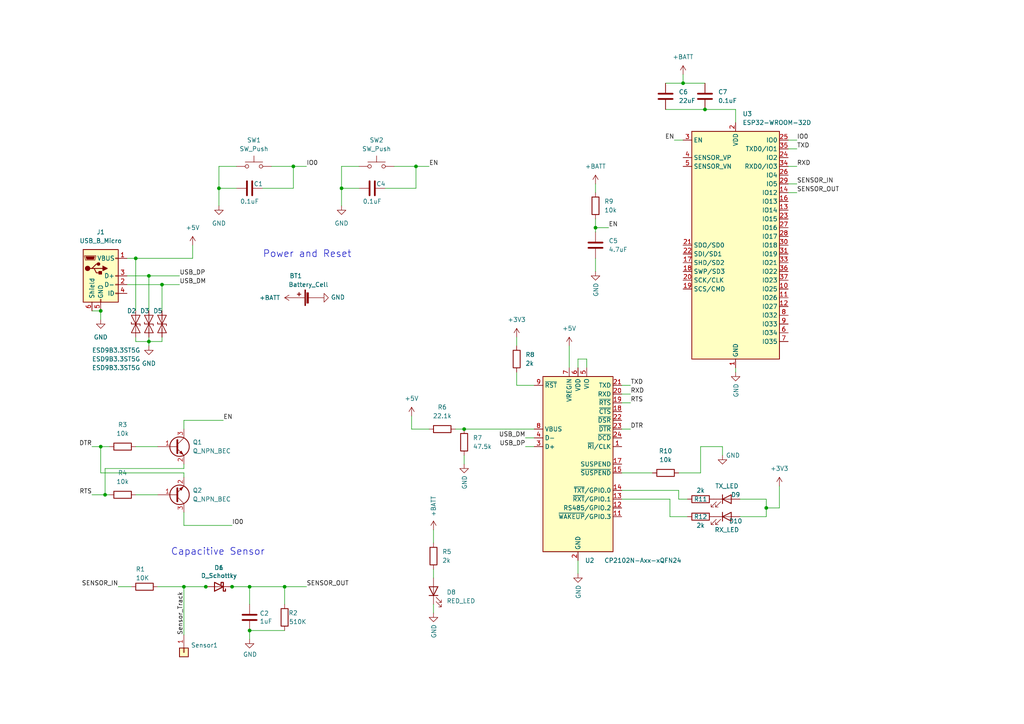
<source format=kicad_sch>
(kicad_sch (version 20211123) (generator eeschema)
  (paper "A4")
  (title_block (title "Capacitive Soil Moisture Sensor") (date "%%date%%") (rev "%%version%%") (comment 1 "Philipp Oberdiek ©") (comment 2 "Licensed under CERN-OHL-P v2"))
  (lib_symbols
    (symbol "Connector:USB_B_Micro" (pin_names (offset 1.016))
      (property "Reference" "J" (at -5.08 11.43 0))
      (property "Value" "USB_B_Micro" (at -5.08 8.89 0))
      (symbol "USB_B_Micro_0_1"
        (rectangle (start -5.08 -7.62) (end 5.08 7.62) (stroke (width 0.254)) (fill (type background)))
        (circle (center -3.81 2.159) (radius 0.635) (stroke (width 0.254)) (fill (type outline)))
        (circle (center -0.635 3.429) (radius 0.381) (stroke (width 0.254)) (fill (type outline)))
        (rectangle (start -0.127 -7.62) (end 0.127 -6.858))
        (polyline (pts (xy -1.905 2.159) (xy 0.635 2.159)) (stroke (width 0.254)))
        (polyline (pts (xy -3.175 2.159) (xy -2.54 2.159) (xy -1.27 3.429) (xy -0.635 3.429)) (stroke (width 0.254)))
        (polyline (pts (xy -2.54 2.159) (xy -1.905 2.159) (xy -1.27 0.889) (xy 0 0.889)) (stroke (width 0.254)))
        (polyline (pts (xy 0.635 2.794) (xy 0.635 1.524) (xy 1.905 2.159) (xy 0.635 2.794)) (stroke (width 0.254)) (fill (type outline)))
        (polyline (pts (xy -4.318 5.588) (xy -1.778 5.588) (xy -2.032 4.826) (xy -4.064 4.826) (xy -4.318 5.588)) (fill (type outline)))
        (polyline (pts (xy -4.699 5.842) (xy -4.699 5.588) (xy -4.445 4.826) (xy -4.445 4.572) (xy -1.651 4.572) (xy -1.651 4.826) (xy -1.397 5.588) (xy -1.397 5.842) (xy -4.699 5.842)))
        (rectangle (start 0.254 1.27) (end -0.508 0.508) (stroke (width 0.254)) (fill (type outline)))
        (rectangle (start 5.08 -5.207) (end 4.318 -4.953))
        (rectangle (start 5.08 -2.667) (end 4.318 -2.413))
        (rectangle (start 5.08 -0.127) (end 4.318 0.127))
        (rectangle (start 5.08 4.953) (end 4.318 5.207))
      )
      (symbol "USB_B_Micro_1_1"
        (pin power_out line (at 7.62 5.08 180) (length 2.54) (name "VBUS") (number "1"))
        (pin bidirectional line (at 7.62 -2.54 180) (length 2.54) (name "D-") (number "2"))
        (pin bidirectional line (at 7.62 0 180) (length 2.54) (name "D+") (number "3"))
        (pin passive line (at 7.62 -5.08 180) (length 2.54) (name "ID") (number "4"))
        (pin power_out line (at 0 -10.16 90) (length 2.54) (name "GND") (number "5"))
        (pin passive line (at -2.54 -10.16 90) (length 2.54) (name "Shield") (number "6"))
      )
    )
    (symbol "Connector_Generic:Conn_01x01" (pin_names (offset 1.016) hide)
      (property "Reference" "J" (at 0 2.54 0))
      (property "Value" "Conn_01x01" (at 0 -2.54 0))
      (symbol "Conn_01x01_1_1"
        (rectangle (start -1.27 0.127) (end 0 -0.127) (stroke (width 0.1524)))
        (rectangle (start -1.27 1.27) (end 1.27 -1.27) (stroke (width 0.254)) (fill (type background)))
        (pin passive line (at -5.08 0 0) (length 3.81) (name "Pin_1") (number "1"))
      )
    )
    (symbol "Device:Battery_Cell" (pin_numbers hide) (pin_names (offset 0) hide)
      (property "Reference" "BT" (at 2.54 2.54 0))
      (property "Value" "Battery_Cell" (at 2.54 0 0))
      (symbol "Battery_Cell_0_1"
        (rectangle (start -2.286 1.778) (end 2.286 1.524) (fill (type outline)))
        (rectangle (start -1.5748 1.1938) (end 1.4732 0.6858) (fill (type outline)))
        (polyline (pts (xy 0 0.762) (xy 0 0)))
        (polyline (pts (xy 0 1.778) (xy 0 2.54)))
        (polyline (pts (xy 0.508 3.429) (xy 1.524 3.429)) (stroke (width 0.254)))
        (polyline (pts (xy 1.016 3.937) (xy 1.016 2.921)) (stroke (width 0.254)))
      )
      (symbol "Battery_Cell_1_1"
        (pin passive line (at 0 5.08 270) (length 2.54) (name "+") (number "1"))
        (pin passive line (at 0 -2.54 90) (length 2.54) (name "-") (number "2"))
      )
    )
    (symbol "Device:C" (pin_numbers hide) (pin_names (offset 0.254))
      (property "Reference" "C" (at 0.635 2.54 0))
      (property "Value" "C" (at 0.635 -2.54 0))
      (symbol "C_0_1"
        (polyline (pts (xy -2.032 -0.762) (xy 2.032 -0.762)) (stroke (width 0.508)))
        (polyline (pts (xy -2.032 0.762) (xy 2.032 0.762)) (stroke (width 0.508)))
      )
      (symbol "C_1_1"
        (pin passive line (at 0 3.81 270) (length 2.794) (name "~") (number "1"))
        (pin passive line (at 0 -3.81 90) (length 2.794) (name "~") (number "2"))
      )
    )
    (symbol "Device:D_Schottky" (pin_numbers hide) (pin_names (offset 1.016) hide)
      (property "Reference" "D" (at 0 2.54 0))
      (property "Value" "D_Schottky" (at 0 -2.54 0))
      (symbol "D_Schottky_0_1"
        (polyline (pts (xy 1.27 0) (xy -1.27 0)))
        (polyline (pts (xy 1.27 1.27) (xy 1.27 -1.27) (xy -1.27 0) (xy 1.27 1.27)) (stroke (width 0.254)))
        (polyline (pts (xy -1.905 0.635) (xy -1.905 1.27) (xy -1.27 1.27) (xy -1.27 -1.27) (xy -0.635 -1.27) (xy -0.635 -0.635)) (stroke (width 0.254)))
      )
      (symbol "D_Schottky_1_1"
        (pin passive line (at -3.81 0 0) (length 2.54) (name "K") (number "1"))
        (pin passive line (at 3.81 0 180) (length 2.54) (name "A") (number "2"))
      )
    )
    (symbol "Device:LED" (pin_numbers hide) (pin_names (offset 1.016) hide)
      (property "Reference" "D" (at 0 2.54 0))
      (property "Value" "LED" (at 0 -2.54 0))
      (symbol "LED_0_1"
        (polyline (pts (xy -1.27 -1.27) (xy -1.27 1.27)) (stroke (width 0.254)))
        (polyline (pts (xy -1.27 0) (xy 1.27 0)))
        (polyline (pts (xy 1.27 -1.27) (xy 1.27 1.27) (xy -1.27 0) (xy 1.27 -1.27)) (stroke (width 0.254)))
        (polyline (pts (xy -3.048 -0.762) (xy -4.572 -2.286) (xy -3.81 -2.286) (xy -4.572 -2.286) (xy -4.572 -1.524)))
        (polyline (pts (xy -1.778 -0.762) (xy -3.302 -2.286) (xy -2.54 -2.286) (xy -3.302 -2.286) (xy -3.302 -1.524)))
      )
      (symbol "LED_1_1"
        (pin passive line (at -3.81 0 0) (length 2.54) (name "K") (number "1"))
        (pin passive line (at 3.81 0 180) (length 2.54) (name "A") (number "2"))
      )
    )
    (symbol "Device:Q_NPN_BEC" (pin_names (offset 0) hide)
      (property "Reference" "Q" (at 5.08 1.27 0))
      (property "Value" "Q_NPN_BEC" (at 5.08 -1.27 0))
      (symbol "Q_NPN_BEC_0_1"
        (polyline (pts (xy 0.635 0.635) (xy 2.54 2.54)))
        (polyline (pts (xy 0.635 -0.635) (xy 2.54 -2.54) (xy 2.54 -2.54)))
        (polyline (pts (xy 0.635 1.905) (xy 0.635 -1.905) (xy 0.635 -1.905)) (stroke (width 0.508)))
        (polyline (pts (xy 1.27 -1.778) (xy 1.778 -1.27) (xy 2.286 -2.286) (xy 1.27 -1.778) (xy 1.27 -1.778)) (fill (type outline)))
        (circle (center 1.27 0) (radius 2.8194) (stroke (width 0.254)))
      )
      (symbol "Q_NPN_BEC_1_1"
        (pin input line (at -5.08 0 0) (length 5.715) (name "B") (number "1"))
        (pin passive line (at 2.54 -5.08 90) (length 2.54) (name "E") (number "2"))
        (pin passive line (at 2.54 5.08 270) (length 2.54) (name "C") (number "3"))
      )
    )
    (symbol "Device:R" (pin_numbers hide) (pin_names (offset 0))
      (property "Reference" "R" (at 2.032 0 90))
      (property "Value" "R" (at 0 0 90))
      (symbol "R_0_1"
        (rectangle (start -1.016 -2.54) (end 1.016 2.54) (stroke (width 0.254)))
      )
      (symbol "R_1_1"
        (pin passive line (at 0 3.81 270) (length 1.27) (name "~") (number "1"))
        (pin passive line (at 0 -3.81 90) (length 1.27) (name "~") (number "2"))
      )
    )
    (symbol "Diode:ESD9B3.3ST5G" (pin_numbers hide) (pin_names (offset 1.016) hide)
      (property "Reference" "D" (at 0 2.54 0))
      (property "Value" "ESD9B3.3ST5G" (at 0 -2.54 0))
      (symbol "ESD9B3.3ST5G_0_1"
        (polyline (pts (xy 1.27 0) (xy -1.27 0)))
        (polyline (pts (xy -2.54 -1.27) (xy 0 0) (xy -2.54 1.27) (xy -2.54 -1.27)) (stroke (width 0.2032)))
        (polyline (pts (xy 0.508 1.27) (xy 0 1.27) (xy 0 -1.27) (xy -0.508 -1.27)) (stroke (width 0.2032)))
        (polyline (pts (xy 2.54 1.27) (xy 2.54 -1.27) (xy 0 0) (xy 2.54 1.27)) (stroke (width 0.2032)))
      )
      (symbol "ESD9B3.3ST5G_1_1"
        (pin passive line (at -3.81 0 0) (length 2.54) (name "A1") (number "1"))
        (pin passive line (at 3.81 0 180) (length 2.54) (name "A2") (number "2"))
      )
    )
    (symbol "Interface_USB:CP2102N-Axx-xQFN24"
      (property "Reference" "U" (at -8.89 26.67 0))
      (property "Value" "CP2102N-Axx-xQFN24" (at 13.97 26.67 0))
      (symbol "CP2102N-Axx-xQFN24_0_1"
        (rectangle (start -10.16 25.4) (end 10.16 -25.4) (stroke (width 0.254)) (fill (type background)))
      )
      (symbol "CP2102N-Axx-xQFN24_1_1"
        (pin bidirectional line (at 12.7 5.08 180) (length 2.54) (name "~{RI}/CLK") (number "1"))
        (pin no_connect line (at -10.16 -22.86 0) (length 2.54) hide (name "NC") (number "10"))
        (pin bidirectional line (at 12.7 -15.24 180) (length 2.54) (name "~{WAKEUP}/GPIO.3") (number "11"))
        (pin bidirectional line (at 12.7 -12.7 180) (length 2.54) (name "RS485/GPIO.2") (number "12"))
        (pin bidirectional line (at 12.7 -10.16 180) (length 2.54) (name "~{RXT}/GPIO.1") (number "13"))
        (pin bidirectional line (at 12.7 -7.62 180) (length 2.54) (name "~{TXT}/GPIO.0") (number "14"))
        (pin output line (at 12.7 -2.54 180) (length 2.54) (name "~{SUSPEND}") (number "15"))
        (pin no_connect line (at 10.16 -22.86 180) (length 2.54) hide (name "NC") (number "16"))
        (pin output line (at 12.7 0 180) (length 2.54) (name "SUSPEND") (number "17"))
        (pin input line (at 12.7 15.24 180) (length 2.54) (name "~{CTS}") (number "18"))
        (pin output line (at 12.7 17.78 180) (length 2.54) (name "~{RTS}") (number "19"))
        (pin power_in line (at 0 -27.94 90) (length 2.54) (name "GND") (number "2"))
        (pin input line (at 12.7 20.32 180) (length 2.54) (name "RXD") (number "20"))
        (pin output line (at 12.7 22.86 180) (length 2.54) (name "TXD") (number "21"))
        (pin input line (at 12.7 12.7 180) (length 2.54) (name "~{DSR}") (number "22"))
        (pin output line (at 12.7 10.16 180) (length 2.54) (name "~{DTR}") (number "23"))
        (pin input line (at 12.7 7.62 180) (length 2.54) (name "~{DCD}") (number "24"))
        (pin passive line (at 0 -27.94 90) (length 2.54) hide (name "GND") (number "25"))
        (pin bidirectional line (at -12.7 5.08 0) (length 2.54) (name "D+") (number "3"))
        (pin bidirectional line (at -12.7 7.62 0) (length 2.54) (name "D-") (number "4"))
        (pin power_in line (at 2.54 27.94 270) (length 2.54) (name "VIO") (number "5"))
        (pin power_in line (at 0 27.94 270) (length 2.54) (name "VDD") (number "6"))
        (pin power_in line (at -2.54 27.94 270) (length 2.54) (name "VREGIN") (number "7"))
        (pin input line (at -12.7 10.16 0) (length 2.54) (name "VBUS") (number "8"))
        (pin input line (at -12.7 22.86 0) (length 2.54) (name "~{RST}") (number "9"))
      )
    )
    (symbol "RF_Module:ESP32-WROOM-32D"
      (property "Reference" "U" (at -12.7 34.29 0))
      (property "Value" "ESP32-WROOM-32D" (at 1.27 34.29 0))
      (symbol "ESP32-WROOM-32D_0_1"
        (rectangle (start -12.7 33.02) (end 12.7 -33.02) (stroke (width 0.254)) (fill (type background)))
      )
      (symbol "ESP32-WROOM-32D_1_1"
        (pin power_in line (at 0 -35.56 90) (length 2.54) (name "GND") (number "1"))
        (pin bidirectional line (at 15.24 -12.7 180) (length 2.54) (name "IO25") (number "10"))
        (pin bidirectional line (at 15.24 -15.24 180) (length 2.54) (name "IO26") (number "11"))
        (pin bidirectional line (at 15.24 -17.78 180) (length 2.54) (name "IO27") (number "12"))
        (pin bidirectional line (at 15.24 10.16 180) (length 2.54) (name "IO14") (number "13"))
        (pin bidirectional line (at 15.24 15.24 180) (length 2.54) (name "IO12") (number "14"))
        (pin passive line (at 0 -35.56 90) (length 2.54) hide (name "GND") (number "15"))
        (pin bidirectional line (at 15.24 12.7 180) (length 2.54) (name "IO13") (number "16"))
        (pin bidirectional line (at -15.24 -5.08 0) (length 2.54) (name "SHD/SD2") (number "17"))
        (pin bidirectional line (at -15.24 -7.62 0) (length 2.54) (name "SWP/SD3") (number "18"))
        (pin bidirectional line (at -15.24 -12.7 0) (length 2.54) (name "SCS/CMD") (number "19"))
        (pin power_in line (at 0 35.56 270) (length 2.54) (name "VDD") (number "2"))
        (pin bidirectional line (at -15.24 -10.16 0) (length 2.54) (name "SCK/CLK") (number "20"))
        (pin bidirectional line (at -15.24 0 0) (length 2.54) (name "SDO/SD0") (number "21"))
        (pin bidirectional line (at -15.24 -2.54 0) (length 2.54) (name "SDI/SD1") (number "22"))
        (pin bidirectional line (at 15.24 7.62 180) (length 2.54) (name "IO15") (number "23"))
        (pin bidirectional line (at 15.24 25.4 180) (length 2.54) (name "IO2") (number "24"))
        (pin bidirectional line (at 15.24 30.48 180) (length 2.54) (name "IO0") (number "25"))
        (pin bidirectional line (at 15.24 20.32 180) (length 2.54) (name "IO4") (number "26"))
        (pin bidirectional line (at 15.24 5.08 180) (length 2.54) (name "IO16") (number "27"))
        (pin bidirectional line (at 15.24 2.54 180) (length 2.54) (name "IO17") (number "28"))
        (pin bidirectional line (at 15.24 17.78 180) (length 2.54) (name "IO5") (number "29"))
        (pin input line (at -15.24 30.48 0) (length 2.54) (name "EN") (number "3"))
        (pin bidirectional line (at 15.24 0 180) (length 2.54) (name "IO18") (number "30"))
        (pin bidirectional line (at 15.24 -2.54 180) (length 2.54) (name "IO19") (number "31"))
        (pin no_connect line (at -12.7 -27.94 0) (length 2.54) hide (name "NC") (number "32"))
        (pin bidirectional line (at 15.24 -5.08 180) (length 2.54) (name "IO21") (number "33"))
        (pin bidirectional line (at 15.24 22.86 180) (length 2.54) (name "RXD0/IO3") (number "34"))
        (pin bidirectional line (at 15.24 27.94 180) (length 2.54) (name "TXD0/IO1") (number "35"))
        (pin bidirectional line (at 15.24 -7.62 180) (length 2.54) (name "IO22") (number "36"))
        (pin bidirectional line (at 15.24 -10.16 180) (length 2.54) (name "IO23") (number "37"))
        (pin passive line (at 0 -35.56 90) (length 2.54) hide (name "GND") (number "38"))
        (pin passive line (at 0 -35.56 90) (length 2.54) hide (name "GND") (number "39"))
        (pin input line (at -15.24 25.4 0) (length 2.54) (name "SENSOR_VP") (number "4"))
        (pin input line (at -15.24 22.86 0) (length 2.54) (name "SENSOR_VN") (number "5"))
        (pin input line (at 15.24 -25.4 180) (length 2.54) (name "IO34") (number "6"))
        (pin input line (at 15.24 -27.94 180) (length 2.54) (name "IO35") (number "7"))
        (pin bidirectional line (at 15.24 -20.32 180) (length 2.54) (name "IO32") (number "8"))
        (pin bidirectional line (at 15.24 -22.86 180) (length 2.54) (name "IO33") (number "9"))
      )
    )
    (symbol "Switch:SW_Push" (pin_numbers hide) (pin_names (offset 1.016) hide)
      (property "Reference" "SW" (at 1.27 2.54 0))
      (property "Value" "SW_Push" (at 0 -1.524 0))
      (symbol "SW_Push_0_1"
        (circle (center -2.032 0) (radius 0.508))
        (polyline (pts (xy 0 1.27) (xy 0 3.048)))
        (polyline (pts (xy 2.54 1.27) (xy -2.54 1.27)))
        (circle (center 2.032 0) (radius 0.508))
        (pin passive line (at -5.08 0 0) (length 2.54) (name "1") (number "1"))
        (pin passive line (at 5.08 0 180) (length 2.54) (name "2") (number "2"))
      )
    )
    (symbol "power:+3.3V" (power) (pin_names (offset 0))
      (property "Value" "+3.3V" (at 0 3.556 0))
      (symbol "+3.3V_0_1"
        (polyline (pts (xy -0.762 1.27) (xy 0 2.54)))
        (polyline (pts (xy 0 0) (xy 0 2.54)))
        (polyline (pts (xy 0 2.54) (xy 0.762 1.27)))
      )
      (symbol "+3.3V_1_1"
        (pin power_in line (at 0 0 90) (length 0) hide (name "+3V3") (number "1"))
      )
    )
    (symbol "power:+5V" (power) (pin_names (offset 0))
      (property "Value" "+5V" (at 0 3.556 0))
      (symbol "+5V_0_1"
        (polyline (pts (xy -0.762 1.27) (xy 0 2.54)))
        (polyline (pts (xy 0 0) (xy 0 2.54)))
        (polyline (pts (xy 0 2.54) (xy 0.762 1.27)))
      )
      (symbol "+5V_1_1"
        (pin power_in line (at 0 0 90) (length 0) hide (name "+5V") (number "1"))
      )
    )
    (symbol "power:+BATT" (power) (pin_names (offset 0))
      (property "Value" "+BATT" (at 0 3.556 0))
      (symbol "+BATT_0_1"
        (polyline (pts (xy -0.762 1.27) (xy 0 2.54)))
        (polyline (pts (xy 0 0) (xy 0 2.54)))
        (polyline (pts (xy 0 2.54) (xy 0.762 1.27)))
      )
      (symbol "+BATT_1_1"
        (pin power_in line (at 0 0 90) (length 0) hide (name "+BATT") (number "1"))
      )
    )
    (symbol "power:GND" (power) (pin_names (offset 0))
      (property "Value" "GND" (at 0 -3.81 0))
      (symbol "GND_0_1"
        (polyline (pts (xy 0 0) (xy 0 -1.27) (xy 1.27 -1.27) (xy 0 -2.54) (xy -1.27 -1.27) (xy 0 -1.27)))
      )
      (symbol "GND_1_1"
        (pin power_in line (at 0 0 270) (length 0) hide (name "GND") (number "1"))
      )
    )
  )
  (junction (at 134.62 124.46))
  (junction (at 30.48 143.51))
  (junction (at 67.31 170.18))
  (junction (at 172.72 66.04))
  (junction (at 59.69 170.18))
  (junction (at 120.65 48.26))
  (junction (at 198.12 24.13))
  (junction (at 39.37 74.93))
  (junction (at 85.09 48.26))
  (junction (at 72.39 170.18))
  (junction (at 29.21 129.54))
  (junction (at 99.06 54.61))
  (junction (at 204.47 31.75))
  (junction (at 82.55 170.18))
  (junction (at 43.18 80.01))
  (junction (at 53.34 170.18))
  (junction (at 46.99 82.55))
  (junction (at 72.39 182.88))
  (junction (at 29.21 90.17))
  (junction (at 222.25 147.32))
  (junction (at 43.18 99.06))
  (junction (at 63.5 54.61))
  (wire (pts (xy 53.34 170.18) (xy 59.69 170.18)))
  (wire (pts (xy 222.25 144.78) (xy 222.25 147.32)))
  (wire (pts (xy 228.6 48.26) (xy 231.14 48.26)))
  (wire (pts (xy 180.34 124.46) (xy 182.88 124.46)))
  (wire (pts (xy 29.21 129.54) (xy 29.21 137.16)))
  (wire (pts (xy 63.5 54.61) (xy 68.58 54.61)))
  (wire (pts (xy 111.76 54.61) (xy 120.65 54.61)))
  (wire (pts (xy 72.39 175.26) (xy 72.39 170.18)))
  (wire (pts (xy 29.21 129.54) (xy 31.75 129.54)))
  (wire (pts (xy 39.37 74.93) (xy 55.88 74.93)))
  (wire (pts (xy 39.37 99.06) (xy 43.18 99.06)))
  (wire (pts (xy 167.64 106.68) (xy 167.64 104.14)))
  (wire (pts (xy 180.34 114.3) (xy 182.88 114.3)))
  (wire (pts (xy 198.12 24.13) (xy 204.47 24.13)))
  (wire (pts (xy 228.6 55.88) (xy 231.14 55.88)))
  (wire (pts (xy 167.64 104.14) (xy 170.18 104.14)))
  (wire (pts (xy 195.58 40.64) (xy 198.12 40.64)))
  (wire (pts (xy 53.34 124.46) (xy 53.34 121.92)))
  (wire (pts (xy 99.06 59.69) (xy 99.06 54.61)))
  (wire (pts (xy 180.34 111.76) (xy 182.88 111.76)))
  (wire (pts (xy 43.18 99.06) (xy 43.18 100.33)))
  (wire (pts (xy 194.31 144.78) (xy 194.31 149.86)))
  (wire (pts (xy 172.72 74.93) (xy 172.72 78.74)))
  (wire (pts (xy 39.37 74.93) (xy 39.37 90.17)))
  (wire (pts (xy 46.99 82.55) (xy 46.99 90.17)))
  (wire (pts (xy 213.36 35.56) (xy 213.36 31.75)))
  (wire (pts (xy 165.1 100.33) (xy 165.1 106.68)))
  (wire (pts (xy 196.85 144.78) (xy 199.39 144.78)))
  (wire (pts (xy 119.38 124.46) (xy 124.46 124.46)))
  (wire (pts (xy 180.34 144.78) (xy 194.31 144.78)))
  (wire (pts (xy 134.62 124.46) (xy 154.94 124.46)))
  (wire (pts (xy 228.6 40.64) (xy 231.14 40.64)))
  (wire (pts (xy 180.34 137.16) (xy 189.23 137.16)))
  (wire (pts (xy 125.73 175.26) (xy 125.73 177.8)))
  (wire (pts (xy 46.99 82.55) (xy 52.07 82.55)))
  (wire (pts (xy 43.18 80.01) (xy 52.07 80.01)))
  (wire (pts (xy 132.08 124.46) (xy 134.62 124.46)))
  (wire (pts (xy 209.55 129.54) (xy 209.55 132.08)))
  (wire (pts (xy 119.38 120.65) (xy 119.38 124.46)))
  (wire (pts (xy 30.48 143.51) (xy 30.48 135.89)))
  (wire (pts (xy 196.85 142.24) (xy 196.85 144.78)))
  (wire (pts (xy 43.18 80.01) (xy 43.18 90.17)))
  (wire (pts (xy 154.94 111.76) (xy 149.86 111.76)))
  (wire (pts (xy 29.21 90.17) (xy 29.21 92.71)))
  (wire (pts (xy 193.04 31.75) (xy 204.47 31.75)))
  (wire (pts (xy 26.67 90.17) (xy 29.21 90.17)))
  (wire (pts (xy 193.04 24.13) (xy 198.12 24.13)))
  (wire (pts (xy 34.29 170.18) (xy 38.1 170.18)))
  (wire (pts (xy 222.25 147.32) (xy 222.25 149.86)))
  (wire (pts (xy 43.18 99.06) (xy 46.99 99.06)))
  (wire (pts (xy 36.83 74.93) (xy 39.37 74.93)))
  (wire (pts (xy 45.72 170.18) (xy 53.34 170.18)))
  (wire (pts (xy 26.67 143.51) (xy 30.48 143.51)))
  (wire (pts (xy 214.63 149.86) (xy 222.25 149.86)))
  (wire (pts (xy 82.55 170.18) (xy 88.9 170.18)))
  (wire (pts (xy 228.6 53.34) (xy 231.14 53.34)))
  (wire (pts (xy 43.18 97.79) (xy 43.18 99.06)))
  (wire (pts (xy 39.37 129.54) (xy 45.72 129.54)))
  (wire (pts (xy 72.39 182.88) (xy 72.39 185.42)))
  (wire (pts (xy 55.88 74.93) (xy 55.88 71.12)))
  (wire (pts (xy 53.34 152.4) (xy 67.31 152.4)))
  (wire (pts (xy 85.09 54.61) (xy 85.09 48.26)))
  (wire (pts (xy 167.64 162.56) (xy 167.64 166.37)))
  (wire (pts (xy 196.85 137.16) (xy 203.2 137.16)))
  (wire (pts (xy 53.34 137.16) (xy 53.34 138.43)))
  (wire (pts (xy 152.4 129.54) (xy 154.94 129.54)))
  (wire (pts (xy 228.6 43.18) (xy 231.14 43.18)))
  (wire (pts (xy 222.25 147.32) (xy 226.06 147.32)))
  (wire (pts (xy 63.5 54.61) (xy 63.5 48.26)))
  (wire (pts (xy 53.34 134.62) (xy 53.34 135.89)))
  (wire (pts (xy 172.72 63.5) (xy 172.72 66.04)))
  (wire (pts (xy 36.83 82.55) (xy 46.99 82.55)))
  (wire (pts (xy 85.09 48.26) (xy 88.9 48.26)))
  (wire (pts (xy 82.55 175.26) (xy 82.55 170.18)))
  (wire (pts (xy 172.72 66.04) (xy 176.53 66.04)))
  (wire (pts (xy 149.86 107.95) (xy 149.86 111.76)))
  (wire (pts (xy 39.37 97.79) (xy 39.37 99.06)))
  (wire (pts (xy 125.73 153.67) (xy 125.73 157.48)))
  (wire (pts (xy 63.5 59.69) (xy 63.5 54.61)))
  (wire (pts (xy 149.86 97.79) (xy 149.86 100.33)))
  (wire (pts (xy 29.21 137.16) (xy 53.34 137.16)))
  (wire (pts (xy 203.2 137.16) (xy 203.2 129.54)))
  (wire (pts (xy 63.5 48.26) (xy 68.58 48.26)))
  (wire (pts (xy 214.63 144.78) (xy 222.25 144.78)))
  (wire (pts (xy 198.12 21.59) (xy 198.12 24.13)))
  (wire (pts (xy 120.65 48.26) (xy 124.46 48.26)))
  (wire (pts (xy 152.4 127) (xy 154.94 127)))
  (wire (pts (xy 26.67 129.54) (xy 29.21 129.54)))
  (wire (pts (xy 76.2 54.61) (xy 85.09 54.61)))
  (wire (pts (xy 203.2 129.54) (xy 209.55 129.54)))
  (wire (pts (xy 172.72 53.34) (xy 172.72 55.88)))
  (wire (pts (xy 213.36 106.68) (xy 213.36 107.95)))
  (wire (pts (xy 99.06 54.61) (xy 99.06 48.26)))
  (wire (pts (xy 120.65 48.26) (xy 114.3 48.26)))
  (wire (pts (xy 125.73 165.1) (xy 125.73 167.64)))
  (wire (pts (xy 46.99 97.79) (xy 46.99 99.06)))
  (wire (pts (xy 99.06 48.26) (xy 104.14 48.26)))
  (wire (pts (xy 82.55 182.88) (xy 72.39 182.88)))
  (wire (pts (xy 67.31 170.18) (xy 72.39 170.18)))
  (wire (pts (xy 180.34 142.24) (xy 196.85 142.24)))
  (wire (pts (xy 36.83 80.01) (xy 43.18 80.01)))
  (wire (pts (xy 72.39 170.18) (xy 82.55 170.18)))
  (wire (pts (xy 226.06 140.97) (xy 226.06 147.32)))
  (wire (pts (xy 213.36 31.75) (xy 204.47 31.75)))
  (wire (pts (xy 39.37 143.51) (xy 45.72 143.51)))
  (wire (pts (xy 99.06 54.61) (xy 104.14 54.61)))
  (wire (pts (xy 170.18 104.14) (xy 170.18 106.68)))
  (wire (pts (xy 172.72 66.04) (xy 172.72 67.31)))
  (wire (pts (xy 180.34 116.84) (xy 182.88 116.84)))
  (wire (pts (xy 30.48 135.89) (xy 53.34 135.89)))
  (wire (pts (xy 53.34 184.15) (xy 53.34 170.18)))
  (wire (pts (xy 134.62 132.08) (xy 134.62 134.62)))
  (wire (pts (xy 53.34 121.92) (xy 64.77 121.92)))
  (wire (pts (xy 120.65 54.61) (xy 120.65 48.26)))
  (wire (pts (xy 85.09 48.26) (xy 78.74 48.26)))
  (wire (pts (xy 53.34 148.59) (xy 53.34 152.4)))
  (wire (pts (xy 30.48 143.51) (xy 31.75 143.51)))
  (wire (pts (xy 194.31 149.86) (xy 199.39 149.86)))
  (text "Power and Reset" (at 76.2 74.93 0) (effects (font (size 2.0066 2.0066)) (justify left bottom)))
  (text "Capacitive Sensor" (at 49.53 161.29 0) (effects (font (size 2.0066 2.0066)) (justify left bottom)))
  (label "EN" (at 195.58 40.64 180))
  (label "TXD" (at 182.88 111.76 0))
  (label "USB_DM" (at 52.07 82.55 0))
  (label "DTR" (at 26.67 129.54 180))
  (label "RXD" (at 231.14 48.26 0))
  (label "EN" (at 64.77 121.92 0))
  (label "DTR" (at 182.88 124.46 0))
  (label "SENSOR_OUT" (at 231.14 55.88 0))
  (label "SENSOR_IN" (at 34.29 170.18 180))
  (label "IO0" (at 88.9 48.26 0))
  (label "USB_DP" (at 152.4 129.54 180))
  (label "EN" (at 176.53 66.04 0))
  (label "TXD" (at 231.14 43.18 0))
  (label "SENSOR_OUT" (at 88.9 170.18 0))
  (label "IO0" (at 231.14 40.64 0))
  (label "RXD" (at 182.88 114.3 0))
  (label "USB_DP" (at 52.07 80.01 0))
  (label "IO0" (at 67.31 152.4 0))
  (label "Sensor_Track" (at 53.34 184.15 90))
  (label "RTS" (at 26.67 143.51 180))
  (label "SENSOR_IN" (at 231.14 53.34 0))
  (label "USB_DM" (at 152.4 127 180))
  (label "EN" (at 124.46 48.26 0))
  (label "RTS" (at 182.88 116.84 0))
  (symbol (lib_id "Device:R") (at 41.91 170.18 270) (unit 1)
    (property "Reference" "R1" (at 39.37 165.1 90) (effects (justify left)))
    (property "Value" "10K" (at 39.37 167.64 90) (effects (justify left)))
    (property "Footprint" "Resistor_SMD:R_0603_1608Metric" (effects hide))
    (property "LCSC" "C17414" (effects hide))
    (property "Config" "+rotated" (effects hide))
  )
  (symbol (lib_id "Device:D_Schottky") (at 63.5 170.18 180) (unit 1)
    (property "Reference" "D1" (at 63.5 164.6682 0))
    (property "Value" "D_Schottky" (at 63.5 166.9796 0))
    (property "Footprint" "Diode_SMD:D_SOD-323_HandSoldering" (effects hide))
    (property "LCSC" "C154819" (effects hide))
    (property "Config" "+rotated" (effects hide))
  )
  (symbol (lib_id "Device:C") (at 72.39 179.07 0) (unit 1)
    (property "Reference" "C2" (at 75.311 177.9016 0) (effects (justify left)))
    (property "Value" "1uF" (at 75.311 180.213 0) (effects (justify left)))
    (property "Footprint" "Capacitor_SMD:C_0201_0603Metric" (effects hide))
    (property "LCSC" "C28323" (effects hide))
    (property "Config" "+rotated" (effects hide))
  )
  (symbol (lib_id "Device:R") (at 82.55 179.07 180) (unit 1)
    (property "Reference" "R2" (at 86.36 177.8 0) (effects (justify left)))
    (property "Value" "510K" (at 88.9 180.34 0) (effects (justify left)))
    (property "Footprint" "Resistor_SMD:R_0603_1608Metric" (effects hide))
    (property "LCSC" "C17733" (effects hide))
    (property "Config" "+rotated" (effects hide))
  )
  (symbol (lib_id "power:GND") (at 72.39 185.42 0) (unit 1)
    (property "Reference" "#PWR0103" (effects hide))
    (property "Value" "GND" (at 72.517 189.8142 0))
  )
  (symbol (lib_id "Device:Battery_Cell") (at 90.17 86.36 90) (unit 1)
    (property "Reference" "BT1" (at 87.63 80.01 90) (effects (justify left)))
    (property "Value" "Battery_Cell" (at 95.25 82.55 90) (effects (justify left)))
    (property "Footprint" "kicad_footprints:CR123A Battery Holder" (effects hide))
    (property "Datasheet" "https://www.keyelco.com/userAssets/file/M65p11.pdf" (effects hide))
  )
  (symbol (lib_id "power:GND") (at 92.71 86.36 90) (unit 1)
    (property "Reference" "#PWR0102" (effects hide))
    (property "Value" "GND" (at 95.9612 86.233 90) (effects (justify right)))
  )
  (symbol (lib_id "Connector_Generic:Conn_01x01") (at 53.34 189.23 270) (unit 1)
    (property "Reference" "Sensor1" (at 55.372 187.1472 90) (effects (justify left)))
    (property "Value" "Conn_01x01" (effects hide))
    (property "Footprint" "MyFootprints:Capacitive_Soil_Moisture_Sensor" (effects hide))
  )
  (symbol (lib_id "power:+BATT") (at 85.09 86.36 90) (unit 1)
    (property "Reference" "#PWR0101" (effects hide))
    (property "Value" "+BATT" (at 81.28 86.36 90) (effects (justify left)))
  )
  (symbol (lib_id "power:+3.3V") (at 149.86 97.79 0) (unit 1)
    (property "Reference" "#PWR0109" (effects hide))
    (property "Value" "+3.3V" (at 149.86 92.71 0))
  )
  (symbol (lib_id "Device:C") (at 204.47 27.94 0) (unit 1)
    (property "Reference" "C7" (at 208.28 26.6699 0) (effects (justify left)))
    (property "Value" "0.1uF" (at 208.28 29.2099 0) (effects (justify left)))
    (property "Footprint" "Capacitor_SMD:C_0603_1608Metric" (effects hide))
  )
  (symbol (lib_id "Device:R") (at 35.56 143.51 270) (unit 1)
    (property "Reference" "R4" (at 35.56 137.16 90))
    (property "Value" "10k" (at 35.56 139.7 90))
    (property "Footprint" "Resistor_SMD:R_0603_1608Metric" (effects hide))
  )
  (symbol (lib_id "Switch:SW_Push") (at 109.22 48.26 0) (unit 1)
    (property "Reference" "SW2" (at 109.22 40.64 0))
    (property "Value" "SW_Push" (at 109.22 43.18 0))
    (property "Footprint" "Button_Switch_SMD:SW_SPST_B3U-1000P" (effects hide))
    (property "LCSC" "C231329" (effects hide))
  )
  (symbol (lib_id "Device:LED") (at 210.82 144.78 0) (unit 1)
    (property "Reference" "D9" (at 213.36 143.51 0))
    (property "Value" "TX_LED" (at 210.82 140.97 0))
    (property "Footprint" "LED_SMD:LED_0603_1608Metric" (effects hide))
  )
  (symbol (lib_id "Device:R") (at 193.04 137.16 90) (unit 1)
    (property "Reference" "R10" (at 193.04 130.81 90))
    (property "Value" "10k" (at 193.04 133.35 90))
    (property "Footprint" "Resistor_SMD:R_0603_1608Metric" (effects hide))
  )
  (symbol (lib_id "power:GND") (at 43.18 100.33 0) (unit 1)
    (property "Reference" "#PWR0119" (effects hide))
    (property "Value" "GND" (at 43.18 105.41 0))
  )
  (symbol (lib_id "Device:D_Schottky") (at 63.5 170.18 180) (unit 1)
    (property "Reference" "D6" (at 63.5 164.6682 0))
    (property "Value" "D_Schottky" (at 63.5 166.9796 0))
    (property "Footprint" "Diode_SMD:D_SOD-323_HandSoldering" (effects hide))
    (property "LCSC" "C154819" (effects hide))
    (property "Config" "+rotated" (effects hide))
  )
  (symbol (lib_id "power:+5V") (at 119.38 120.65 0) (unit 1)
    (property "Reference" "#PWR0106" (effects hide))
    (property "Value" "+5V" (at 119.38 115.57 0))
  )
  (symbol (lib_id "Device:R") (at 149.86 104.14 0) (unit 1)
    (property "Reference" "R8" (at 152.4 102.8699 0) (effects (justify left)))
    (property "Value" "2k" (at 152.4 105.4099 0) (effects (justify left)))
    (property "Footprint" "Resistor_SMD:R_0603_1608Metric" (effects hide))
  )
  (symbol (lib_id "Interface_USB:CP2102N-Axx-xQFN24") (at 167.64 134.62 0) (unit 1)
    (property "Reference" "U2" (at 169.6594 162.56 0) (effects (justify left)))
    (property "Value" "CP2102N-Axx-xQFN24" (at 175.26 162.56 0) (effects (justify left)))
    (property "Footprint" "Package_DFN_QFN:QFN-24-1EP_4x4mm_P0.5mm_EP2.6x2.6mm" (effects hide))
    (property "Datasheet" "https://www.silabs.com/documents/public/data-sheets/cp2102n-datasheet.pdf" (effects hide))
    (property "LCSC" "C969151" (effects hide))
  )
  (symbol (lib_id "power:GND") (at 209.55 132.08 0) (unit 1)
    (property "Reference" "#PWR0116" (effects hide))
    (property "Value" "GND" (at 214.63 132.08 0) (effects (justify right)))
  )
  (symbol (lib_id "Device:R") (at 128.27 124.46 90) (unit 1)
    (property "Reference" "R6" (at 128.27 118.11 90))
    (property "Value" "22.1k" (at 128.27 120.65 90))
    (property "Footprint" "Resistor_SMD:R_0603_1608Metric" (effects hide))
  )
  (symbol (lib_id "Switch:SW_Push") (at 73.66 48.26 0) (unit 1)
    (property "Reference" "SW1" (at 73.66 40.64 0))
    (property "Value" "SW_Push" (at 73.66 43.18 0))
    (property "Footprint" "Button_Switch_SMD:SW_SPST_B3U-1000P" (effects hide))
    (property "LCSC" "C231329" (effects hide))
  )
  (symbol (lib_id "Device:R") (at 134.62 128.27 180) (unit 1)
    (property "Reference" "R7" (at 137.16 126.9999 0) (effects (justify right)))
    (property "Value" "47.5k" (at 137.16 129.5399 0) (effects (justify right)))
    (property "Footprint" "Resistor_SMD:R_0603_1608Metric" (effects hide))
  )
  (symbol (lib_id "Connector:USB_B_Micro") (at 29.21 80.01 0) (unit 1)
    (property "Reference" "J1" (at 29.21 67.31 0))
    (property "Value" "USB_B_Micro" (at 29.21 69.85 0))
    (property "Footprint" "Connector_USB:USB_Micro-B_Molex_47346-0001" (effects hide))
  )
  (symbol (lib_id "power:+5V") (at 55.88 71.12 0) (unit 1)
    (property "Reference" "#PWR0111" (effects hide))
    (property "Value" "+5V" (at 55.88 66.04 0))
  )
  (symbol (lib_id "Device:LED") (at 125.73 171.45 90) (unit 1)
    (property "Reference" "D8" (at 129.54 171.7674 90) (effects (justify right)))
    (property "Value" "RED_LED" (at 129.54 174.3074 90) (effects (justify right)))
    (property "Footprint" "LED_SMD:LED_0603_1608Metric" (effects hide))
  )
  (symbol (lib_id "power:+BATT") (at 172.72 53.34 0) (unit 1)
    (property "Reference" "#PWR0104" (effects hide))
    (property "Value" "+BATT" (at 172.72 48.26 0))
  )
  (symbol (lib_id "RF_Module:ESP32-WROOM-32D") (at 213.36 71.12 0) (unit 1)
    (property "Reference" "U3" (at 215.3794 33.02 0) (effects (justify left)))
    (property "Value" "ESP32-WROOM-32D" (at 215.3794 35.56 0) (effects (justify left)))
    (property "Footprint" "RF_Module:ESP32-WROOM-32" (effects hide))
    (property "Datasheet" "https://www.espressif.com/sites/default/files/documentation/esp32-wroom-32d_esp32-wroom-32u_datasheet_en.pdf" (effects hide))
    (property "LCSC" "C473012" (effects hide))
  )
  (symbol (lib_id "Diode:ESD9B3.3ST5G") (at 43.18 93.98 90) (unit 1)
    (property "Reference" "D3" (at 40.64 90.17 90) (effects (justify right)))
    (property "Value" "ESD9B3.3ST5G" (at 26.67 101.6 90) (effects (justify right)))
    (property "Footprint" "Diode_SMD:D_SOD-923" (effects hide))
    (property "Datasheet" "https://www.onsemi.com/pub/Collateral/ESD9B-D.PDF" (effects hide))
    (property "LCSC" " C96512" (effects hide))
  )
  (symbol (lib_id "power:+3.3V") (at 226.06 140.97 0) (unit 1)
    (property "Reference" "#PWR0121" (effects hide))
    (property "Value" "+3.3V" (at 226.06 135.89 0))
  )
  (symbol (lib_id "Device:R") (at 125.73 161.29 0) (unit 1)
    (property "Reference" "R5" (at 128.27 160.0199 0) (effects (justify left)))
    (property "Value" "2k" (at 128.27 162.5599 0) (effects (justify left)))
    (property "Footprint" "Resistor_SMD:R_0603_1608Metric" (effects hide))
  )
  (symbol (lib_id "power:+5V") (at 165.1 100.33 0) (unit 1)
    (property "Reference" "#PWR0105" (effects hide))
    (property "Value" "+5V" (at 165.1 95.25 0))
  )
  (symbol (lib_id "power:+BATT") (at 125.73 153.67 0) (unit 1)
    (property "Reference" "#PWR0114" (effects hide))
    (property "Value" "+BATT" (at 125.73 149.86 90) (effects (justify left)))
  )
  (symbol (lib_id "power:GND") (at 125.73 177.8 0) (unit 1)
    (property "Reference" "#PWR0107" (effects hide))
    (property "Value" "GND" (at 125.857 181.0512 90) (effects (justify right)))
  )
  (symbol (lib_id "Device:R") (at 203.2 144.78 90) (unit 1)
    (property "Reference" "R11" (at 203.2 144.78 90))
    (property "Value" "2k" (at 203.2 142.24 90))
    (property "Footprint" "Resistor_SMD:R_0603_1608Metric" (effects hide))
  )
  (symbol (lib_id "Device:LED") (at 210.82 149.86 0) (unit 1)
    (property "Reference" "D10" (at 213.36 151.13 0))
    (property "Value" "RX_LED" (at 210.82 153.67 0))
    (property "Footprint" "LED_SMD:LED_0603_1608Metric" (effects hide))
  )
  (symbol (lib_id "Device:Q_NPN_BEC") (at 50.8 129.54 0) (unit 1)
    (property "Reference" "Q1" (at 55.88 128.2699 0) (effects (justify left)))
    (property "Value" "Q_NPN_BEC" (at 55.88 130.8099 0) (effects (justify left)))
    (property "Footprint" "Package_TO_SOT_SMD:SOT-23" (effects hide))
    (property "LCSC" "C164886" (effects hide))
  )
  (symbol (lib_id "Device:R") (at 172.72 59.69 0) (unit 1)
    (property "Reference" "R9" (at 175.26 58.4199 0) (effects (justify left)))
    (property "Value" "10k" (at 175.26 60.9599 0) (effects (justify left)))
    (property "Footprint" "Resistor_SMD:R_0603_1608Metric" (effects hide))
  )
  (symbol (lib_id "Device:R") (at 35.56 129.54 270) (unit 1)
    (property "Reference" "R3" (at 35.56 123.19 90))
    (property "Value" "10k" (at 35.56 125.73 90))
    (property "Footprint" "Resistor_SMD:R_0603_1608Metric" (effects hide))
  )
  (symbol (lib_id "power:GND") (at 134.62 134.62 0) (unit 1)
    (property "Reference" "#PWR0108" (effects hide))
    (property "Value" "GND" (at 134.747 137.8712 90) (effects (justify right)))
  )
  (symbol (lib_id "power:GND") (at 63.5 59.69 0) (unit 1)
    (property "Reference" "#PWR0117" (effects hide))
    (property "Value" "GND" (at 63.5 64.77 0))
  )
  (symbol (lib_id "power:GND") (at 29.21 92.71 0) (unit 1)
    (property "Reference" "#PWR0118" (effects hide))
    (property "Value" "GND" (at 29.21 97.79 0))
  )
  (symbol (lib_id "Device:C") (at 193.04 27.94 0) (unit 1)
    (property "Reference" "C6" (at 196.85 26.6699 0) (effects (justify left)))
    (property "Value" "22uF" (at 196.85 29.2099 0) (effects (justify left)))
    (property "Footprint" "Capacitor_SMD:C_0805_2012Metric" (effects hide))
  )
  (symbol (lib_id "Diode:ESD9B3.3ST5G") (at 39.37 93.98 90) (unit 1)
    (property "Reference" "D2" (at 36.83 90.17 90) (effects (justify right)))
    (property "Value" "ESD9B3.3ST5G" (at 26.67 104.14 90) (effects (justify right)))
    (property "Footprint" "Diode_SMD:D_SOD-923" (effects hide))
    (property "Datasheet" "https://www.onsemi.com/pub/Collateral/ESD9B-D.PDF" (effects hide))
    (property "LCSC" " C96512" (effects hide))
  )
  (symbol (lib_id "Device:Q_NPN_BEC") (at 50.8 143.51 0) (mirror x) (unit 1)
    (property "Reference" "Q2" (at 55.88 142.2399 0) (effects (justify left)))
    (property "Value" "Q_NPN_BEC" (at 55.88 144.7799 0) (effects (justify left)))
    (property "Footprint" "Package_TO_SOT_SMD:SOT-23" (effects hide))
    (property "LCSC" "C164886" (effects hide))
  )
  (symbol (lib_id "Diode:ESD9B3.3ST5G") (at 46.99 93.98 90) (unit 1)
    (property "Reference" "D5" (at 44.45 90.17 90) (effects (justify right)))
    (property "Value" "ESD9B3.3ST5G" (at 26.67 106.68 90) (effects (justify right)))
    (property "Footprint" "Diode_SMD:D_SOD-923" (effects hide))
    (property "Datasheet" "https://www.onsemi.com/pub/Collateral/ESD9B-D.PDF" (effects hide))
    (property "LCSC" " C96512" (effects hide))
  )
  (symbol (lib_id "Device:C") (at 72.39 54.61 90) (unit 1)
    (property "Reference" "C1" (at 74.93 53.34 90))
    (property "Value" "0.1uF" (at 72.39 58.42 90))
    (property "Footprint" "Capacitor_SMD:C_0201_0603Metric" (effects hide))
  )
  (symbol (lib_id "Device:C") (at 107.95 54.61 90) (unit 1)
    (property "Reference" "C4" (at 110.49 53.34 90))
    (property "Value" "0.1uF" (at 107.95 58.42 90))
    (property "Footprint" "Capacitor_SMD:C_0201_0603Metric" (effects hide))
  )
  (symbol (lib_id "power:GND") (at 213.36 107.95 0) (unit 1)
    (property "Reference" "#PWR0112" (effects hide))
    (property "Value" "GND" (at 213.487 111.2012 90) (effects (justify right)))
  )
  (symbol (lib_id "power:GND") (at 99.06 59.69 0) (unit 1)
    (property "Reference" "#PWR0113" (effects hide))
    (property "Value" "GND" (at 99.06 64.77 0))
  )
  (symbol (lib_id "power:GND") (at 172.72 78.74 0) (unit 1)
    (property "Reference" "#PWR0110" (effects hide))
    (property "Value" "GND" (at 172.847 81.9912 90) (effects (justify right)))
  )
  (symbol (lib_id "power:+BATT") (at 198.12 21.59 0) (unit 1)
    (property "Reference" "#PWR0115" (effects hide))
    (property "Value" "+BATT" (at 198.12 16.51 0))
  )
  (symbol (lib_id "Device:R") (at 203.2 149.86 90) (unit 1)
    (property "Reference" "R12" (at 203.2 149.86 90))
    (property "Value" "2k" (at 203.2 152.4 90))
    (property "Footprint" "Resistor_SMD:R_0603_1608Metric" (effects hide))
  )
  (symbol (lib_id "power:GND") (at 167.64 166.37 0) (unit 1)
    (property "Reference" "#PWR0120" (effects hide))
    (property "Value" "GND" (at 167.767 169.6212 90) (effects (justify right)))
  )
  (symbol (lib_id "Device:C") (at 172.72 71.12 0) (unit 1)
    (property "Reference" "C5" (at 176.53 69.8499 0) (effects (justify left)))
    (property "Value" "4.7uF" (at 176.53 72.3899 0) (effects (justify left)))
    (property "Footprint" "Capacitor_SMD:C_0201_0603Metric" (effects hide))
  )
)
</source>
